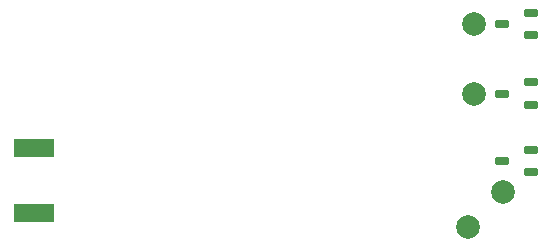
<source format=gbr>
G04*
G04 #@! TF.GenerationSoftware,Altium Limited,Altium Designer,25.5.2 (35)*
G04*
G04 Layer_Color=128*
%FSLAX44Y44*%
%MOMM*%
G71*
G04*
G04 #@! TF.SameCoordinates,A7D09D84-BF10-4A22-89B3-4961FFB17041*
G04*
G04*
G04 #@! TF.FilePolarity,Positive*
G04*
G01*
G75*
%ADD24R,3.5000X1.6000*%
G04:AMPARAMS|DCode=42|XSize=0.63mm|YSize=1.15mm|CornerRadius=0.063mm|HoleSize=0mm|Usage=FLASHONLY|Rotation=270.000|XOffset=0mm|YOffset=0mm|HoleType=Round|Shape=RoundedRectangle|*
%AMROUNDEDRECTD42*
21,1,0.6300,1.0240,0,0,270.0*
21,1,0.5040,1.1500,0,0,270.0*
1,1,0.1260,-0.5120,-0.2520*
1,1,0.1260,-0.5120,0.2520*
1,1,0.1260,0.5120,0.2520*
1,1,0.1260,0.5120,-0.2520*
%
%ADD42ROUNDEDRECTD42*%
%ADD44C,2.0000*%
D24*
X600Y118124D02*
D03*
Y62724D02*
D03*
D42*
X421410Y213500D02*
D03*
Y154500D02*
D03*
Y97500D02*
D03*
X397010Y223000D02*
D03*
X421410Y232500D02*
D03*
X397010Y107000D02*
D03*
X421410Y116500D02*
D03*
X397010Y164000D02*
D03*
X421410Y173500D02*
D03*
D44*
X368300Y50800D02*
D03*
X373210Y164000D02*
D03*
X373210Y223000D02*
D03*
X398000Y81000D02*
D03*
M02*

</source>
